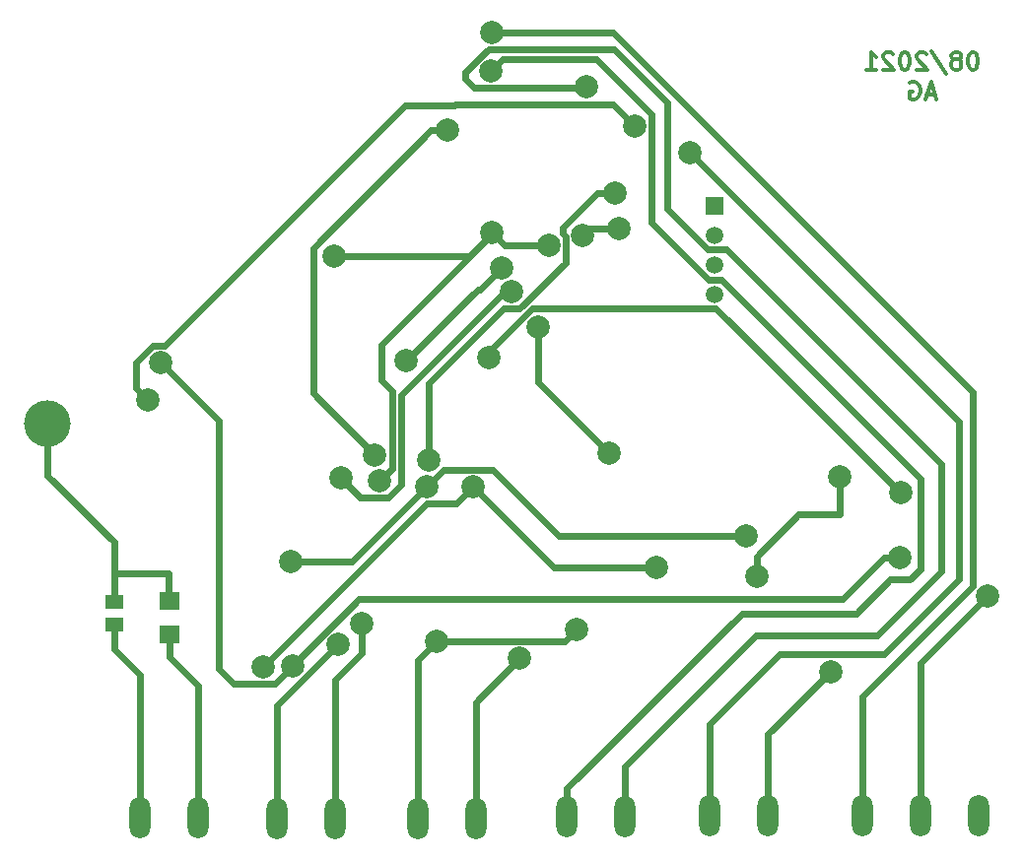
<source format=gbr>
%TF.GenerationSoftware,KiCad,Pcbnew,(5.1.10)-1*%
%TF.CreationDate,2021-08-27T15:11:23+05:30*%
%TF.ProjectId,CZTBoardV3,435a5442-6f61-4726-9456-332e6b696361,rev?*%
%TF.SameCoordinates,Original*%
%TF.FileFunction,Copper,L2,Bot*%
%TF.FilePolarity,Positive*%
%FSLAX46Y46*%
G04 Gerber Fmt 4.6, Leading zero omitted, Abs format (unit mm)*
G04 Created by KiCad (PCBNEW (5.1.10)-1) date 2021-08-27 15:11:23*
%MOMM*%
%LPD*%
G01*
G04 APERTURE LIST*
%TA.AperFunction,NonConductor*%
%ADD10C,0.300000*%
%TD*%
%TA.AperFunction,ComponentPad*%
%ADD11O,1.790700X3.581400*%
%TD*%
%TA.AperFunction,ComponentPad*%
%ADD12C,1.500000*%
%TD*%
%TA.AperFunction,ComponentPad*%
%ADD13R,1.500000X1.500000*%
%TD*%
%TA.AperFunction,ComponentPad*%
%ADD14C,4.000000*%
%TD*%
%TA.AperFunction,SMDPad,CuDef*%
%ADD15R,1.803000X1.600000*%
%TD*%
%TA.AperFunction,SMDPad,CuDef*%
%ADD16R,1.600000X1.300000*%
%TD*%
%TA.AperFunction,ViaPad*%
%ADD17C,2.000000*%
%TD*%
%TA.AperFunction,Conductor*%
%ADD18C,0.609600*%
%TD*%
G04 APERTURE END LIST*
D10*
X203648571Y-77633571D02*
X203505714Y-77633571D01*
X203362857Y-77705000D01*
X203291428Y-77776428D01*
X203220000Y-77919285D01*
X203148571Y-78205000D01*
X203148571Y-78562142D01*
X203220000Y-78847857D01*
X203291428Y-78990714D01*
X203362857Y-79062142D01*
X203505714Y-79133571D01*
X203648571Y-79133571D01*
X203791428Y-79062142D01*
X203862857Y-78990714D01*
X203934285Y-78847857D01*
X204005714Y-78562142D01*
X204005714Y-78205000D01*
X203934285Y-77919285D01*
X203862857Y-77776428D01*
X203791428Y-77705000D01*
X203648571Y-77633571D01*
X202291428Y-78276428D02*
X202434285Y-78205000D01*
X202505714Y-78133571D01*
X202577142Y-77990714D01*
X202577142Y-77919285D01*
X202505714Y-77776428D01*
X202434285Y-77705000D01*
X202291428Y-77633571D01*
X202005714Y-77633571D01*
X201862857Y-77705000D01*
X201791428Y-77776428D01*
X201720000Y-77919285D01*
X201720000Y-77990714D01*
X201791428Y-78133571D01*
X201862857Y-78205000D01*
X202005714Y-78276428D01*
X202291428Y-78276428D01*
X202434285Y-78347857D01*
X202505714Y-78419285D01*
X202577142Y-78562142D01*
X202577142Y-78847857D01*
X202505714Y-78990714D01*
X202434285Y-79062142D01*
X202291428Y-79133571D01*
X202005714Y-79133571D01*
X201862857Y-79062142D01*
X201791428Y-78990714D01*
X201720000Y-78847857D01*
X201720000Y-78562142D01*
X201791428Y-78419285D01*
X201862857Y-78347857D01*
X202005714Y-78276428D01*
X200005714Y-77562142D02*
X201291428Y-79490714D01*
X199577142Y-77776428D02*
X199505714Y-77705000D01*
X199362857Y-77633571D01*
X199005714Y-77633571D01*
X198862857Y-77705000D01*
X198791428Y-77776428D01*
X198720000Y-77919285D01*
X198720000Y-78062142D01*
X198791428Y-78276428D01*
X199648571Y-79133571D01*
X198720000Y-79133571D01*
X197791428Y-77633571D02*
X197648571Y-77633571D01*
X197505714Y-77705000D01*
X197434285Y-77776428D01*
X197362857Y-77919285D01*
X197291428Y-78205000D01*
X197291428Y-78562142D01*
X197362857Y-78847857D01*
X197434285Y-78990714D01*
X197505714Y-79062142D01*
X197648571Y-79133571D01*
X197791428Y-79133571D01*
X197934285Y-79062142D01*
X198005714Y-78990714D01*
X198077142Y-78847857D01*
X198148571Y-78562142D01*
X198148571Y-78205000D01*
X198077142Y-77919285D01*
X198005714Y-77776428D01*
X197934285Y-77705000D01*
X197791428Y-77633571D01*
X196720000Y-77776428D02*
X196648571Y-77705000D01*
X196505714Y-77633571D01*
X196148571Y-77633571D01*
X196005714Y-77705000D01*
X195934285Y-77776428D01*
X195862857Y-77919285D01*
X195862857Y-78062142D01*
X195934285Y-78276428D01*
X196791428Y-79133571D01*
X195862857Y-79133571D01*
X194434285Y-79133571D02*
X195291428Y-79133571D01*
X194862857Y-79133571D02*
X194862857Y-77633571D01*
X195005714Y-77847857D01*
X195148571Y-77990714D01*
X195291428Y-78062142D01*
X200327142Y-81255000D02*
X199612857Y-81255000D01*
X200470000Y-81683571D02*
X199970000Y-80183571D01*
X199470000Y-81683571D01*
X198184285Y-80255000D02*
X198327142Y-80183571D01*
X198541428Y-80183571D01*
X198755714Y-80255000D01*
X198898571Y-80397857D01*
X198970000Y-80540714D01*
X199041428Y-80826428D01*
X199041428Y-81040714D01*
X198970000Y-81326428D01*
X198898571Y-81469285D01*
X198755714Y-81612142D01*
X198541428Y-81683571D01*
X198398571Y-81683571D01*
X198184285Y-81612142D01*
X198112857Y-81540714D01*
X198112857Y-81040714D01*
X198398571Y-81040714D01*
D11*
%TO.P,X6,3*%
%TO.N,/GPIO*%
X204090000Y-143240000D03*
%TO.P,X6,2*%
%TO.N,/RST*%
X199090000Y-143240000D03*
%TO.P,X6,1*%
%TO.N,/PWR_ON*%
X194090000Y-143240000D03*
%TD*%
%TO.P,X5,2*%
%TO.N,/MISO*%
X185990000Y-143220000D03*
%TO.P,X5,1*%
%TO.N,/SS*%
X180990000Y-143220000D03*
%TD*%
%TO.P,X4,2*%
%TO.N,/MOSI*%
X173690000Y-143320000D03*
%TO.P,X4,1*%
%TO.N,/CLK*%
X168690000Y-143320000D03*
%TD*%
%TO.P,X3,2*%
%TO.N,/VIN5V*%
X160890000Y-143520000D03*
%TO.P,X3,1*%
%TO.N,AGND*%
X155890000Y-143520000D03*
%TD*%
%TO.P,X2,2*%
%TO.N,/LED+*%
X148790000Y-143520000D03*
%TO.P,X2,1*%
%TO.N,/LED-*%
X143790000Y-143520000D03*
%TD*%
%TO.P,X1,2*%
%TO.N,/EXT_PICO_GND*%
X136990000Y-143450000D03*
%TO.P,X1,1*%
%TO.N,/EXT_PICO_600V*%
X131990000Y-143450000D03*
%TD*%
D12*
%TO.P,U4,4*%
%TO.N,AGND*%
X181350000Y-98440000D03*
%TO.P,U4,3*%
%TO.N,Net-(U4-Pad3)*%
X181350000Y-95900000D03*
%TO.P,U4,2*%
%TO.N,/NC*%
X181350000Y-93360000D03*
D13*
%TO.P,U4,1*%
%TO.N,VCC*%
X181350000Y-90820000D03*
%TD*%
D14*
%TO.P,U1,41*%
%TO.N,/HV*%
X124090000Y-109530000D03*
%TD*%
D15*
%TO.P,R20,1*%
%TO.N,/EXT_PICO_GND*%
X134590000Y-127672000D03*
%TO.P,R20,2*%
%TO.N,/HV*%
X134590000Y-124828000D03*
%TD*%
D16*
%TO.P,C10,2*%
%TO.N,/HV*%
X129790000Y-124850000D03*
%TO.P,C10,1*%
%TO.N,/EXT_PICO_600V*%
X129790000Y-126850000D03*
%TD*%
D17*
%TO.N,AGND*%
X157480000Y-128270000D03*
X184980000Y-122650000D03*
X192110000Y-114110000D03*
X169510000Y-127250000D03*
%TO.N,VCC*%
X176380000Y-121910000D03*
X142640000Y-130460000D03*
X149273669Y-114251134D03*
X163950052Y-98200755D03*
X160640000Y-114977210D03*
%TO.N,/PWR_ON*%
X162285404Y-75925404D03*
%TO.N,/RST*%
X162010000Y-103850000D03*
X197340000Y-115530000D03*
X204850000Y-124410000D03*
%TO.N,/SS_N*%
X166200000Y-101280000D03*
X172280000Y-112120000D03*
X154920000Y-104170000D03*
X163070000Y-96160000D03*
%TO.N,/MISO_N*%
X145000000Y-121390000D03*
X156646774Y-114945399D03*
X184070000Y-119200000D03*
%TO.N,/MISO_P*%
X145100000Y-130400000D03*
X133817210Y-104346890D03*
X197329596Y-121119596D03*
%TO.N,/MOSI_N*%
X172850000Y-89750000D03*
X156827220Y-112704146D03*
%TO.N,/MOSI_P*%
X132700000Y-107550000D03*
X174522790Y-83990000D03*
%TO.N,/CLK_N*%
X152200000Y-112300000D03*
X158440000Y-84310000D03*
%TO.N,/MOSI*%
X170330000Y-80570000D03*
%TO.N,/SS*%
X179290000Y-86310000D03*
X173200000Y-92820000D03*
X170035427Y-93379625D03*
%TO.N,/CLK*%
X162190000Y-79232788D03*
%TO.N,/MISO*%
X191340000Y-130900000D03*
%TO.N,/LED-*%
X149050404Y-128510404D03*
%TO.N,/LED+*%
X151079596Y-126739596D03*
%TO.N,/VIN5V*%
X164649326Y-129727210D03*
%TO.N,DGND*%
X148720000Y-95140000D03*
X152631387Y-114458660D03*
X167126118Y-94200931D03*
X162248956Y-93135563D03*
%TD*%
D18*
%TO.N,AGND*%
X155890000Y-143520000D02*
X155890000Y-129860000D01*
X155890000Y-129860000D02*
X157480000Y-128270000D01*
X184980000Y-122650000D02*
X184980000Y-121020000D01*
X184980000Y-121020000D02*
X188610000Y-117390000D01*
X188610000Y-117390000D02*
X192130000Y-117390000D01*
X192130000Y-117390000D02*
X192110000Y-117370000D01*
X192110000Y-117370000D02*
X192110000Y-114110000D01*
X157480000Y-128270000D02*
X168490000Y-128270000D01*
X168490000Y-128270000D02*
X169510000Y-127250000D01*
%TO.N,VCC*%
X154419211Y-114827496D02*
X154419211Y-107107447D01*
X149273669Y-114251134D02*
X150938397Y-115915862D01*
X150938397Y-115915862D02*
X153330845Y-115915862D01*
X154419211Y-107107447D02*
X163325903Y-98200755D01*
X153330845Y-115915862D02*
X154419211Y-114827496D01*
X163325903Y-98200755D02*
X163950052Y-98200755D01*
X176380000Y-121910000D02*
X167572790Y-121910000D01*
X167572790Y-121910000D02*
X160640000Y-114977210D01*
X156697400Y-116402600D02*
X159214610Y-116402600D01*
X160590000Y-114550000D02*
X160640000Y-114600000D01*
X142640000Y-130460000D02*
X156697400Y-116402600D01*
X159214610Y-116402600D02*
X160640000Y-114977210D01*
X160640000Y-114600000D02*
X160640000Y-114977210D01*
%TO.N,/HV*%
X129790000Y-124850000D02*
X129790000Y-122450000D01*
X129790000Y-122450000D02*
X134490000Y-122450000D01*
X134490000Y-124728000D02*
X134590000Y-124828000D01*
X134490000Y-122450000D02*
X134490000Y-124728000D01*
X129790000Y-122450000D02*
X129790000Y-119750000D01*
X124090000Y-114050000D02*
X124090000Y-109530000D01*
X129790000Y-119750000D02*
X124090000Y-114050000D01*
%TO.N,/PWR_ON*%
X203560000Y-123543342D02*
X203560000Y-106850000D01*
X194090000Y-143240000D02*
X194090000Y-133013342D01*
X194090000Y-133013342D02*
X203560000Y-123543342D01*
X203560000Y-106850000D02*
X172635404Y-75925404D01*
X172635404Y-75925404D02*
X162285404Y-75925404D01*
%TO.N,/RST*%
X199090000Y-143240000D02*
X199090000Y-130170000D01*
X199090000Y-130170000D02*
X204850000Y-124410000D01*
X165737910Y-99647201D02*
X181457201Y-99647201D01*
X162010000Y-103850000D02*
X162010000Y-103375111D01*
X181457201Y-99647201D02*
X197340000Y-115530000D01*
X162010000Y-103375111D02*
X165737910Y-99647201D01*
%TO.N,/SS_N*%
X166200000Y-101280000D02*
X166200000Y-106040000D01*
X166200000Y-106040000D02*
X172280000Y-112120000D01*
X154920000Y-104170000D02*
X161060000Y-98030000D01*
X161200000Y-98030000D02*
X163070000Y-96160000D01*
X161060000Y-98030000D02*
X161200000Y-98030000D01*
%TO.N,/MISO_N*%
X150202173Y-121390000D02*
X156646774Y-114945399D01*
X145000000Y-121390000D02*
X150202173Y-121390000D01*
X184070000Y-119200000D02*
X168020000Y-119200000D01*
X158072173Y-113520000D02*
X156646774Y-114945399D01*
X162340000Y-113520000D02*
X158072173Y-113520000D01*
X168020000Y-119200000D02*
X162340000Y-113520000D01*
%TO.N,/MISO_P*%
X145100000Y-130400000D02*
X143582798Y-131917202D01*
X140070542Y-131917202D02*
X138782798Y-130629458D01*
X143582798Y-131917202D02*
X140070542Y-131917202D01*
X138782798Y-130629458D02*
X138782798Y-109312478D01*
X134817209Y-105346889D02*
X133817210Y-104346890D01*
X138782798Y-109312478D02*
X134817209Y-105346889D01*
X192378567Y-124656412D02*
X195915383Y-121119596D01*
X145100000Y-130400000D02*
X150843588Y-124656412D01*
X195915383Y-121119596D02*
X197329596Y-121119596D01*
X150843588Y-124656412D02*
X192378567Y-124656412D01*
%TO.N,/MOSI_N*%
X172850000Y-89750000D02*
X171313340Y-89750000D01*
X156827220Y-106069438D02*
X156827220Y-112704146D01*
X171313340Y-89750000D02*
X168327201Y-92736139D01*
X168327201Y-93245354D02*
X168583320Y-93501473D01*
X168327201Y-92736139D02*
X168327201Y-93245354D01*
X168583320Y-93501473D02*
X168583320Y-95724145D01*
X163238702Y-99657956D02*
X156827220Y-106069438D01*
X164649509Y-99657956D02*
X163238702Y-99657956D01*
X168583320Y-95724145D02*
X164649509Y-99657956D01*
%TO.N,/MOSI_P*%
X132700000Y-107550000D02*
X132730000Y-107520000D01*
X159099458Y-82167202D02*
X172699992Y-82167202D01*
X173522791Y-82990001D02*
X174522790Y-83990000D01*
X132700000Y-107550000D02*
X131700001Y-106550001D01*
X131700001Y-104307441D02*
X133117753Y-102889689D01*
X172699992Y-82167202D02*
X173522791Y-82990001D01*
X134160311Y-102889689D02*
X154822798Y-82227202D01*
X131700001Y-106550001D02*
X131700001Y-104307441D01*
X133117753Y-102889689D02*
X134160311Y-102889689D01*
X154822798Y-82227202D02*
X159039458Y-82227202D01*
X159039458Y-82227202D02*
X159099458Y-82167202D01*
%TO.N,/CLK_N*%
X146880000Y-94455787D02*
X157025787Y-84310000D01*
X152200000Y-112300000D02*
X146880000Y-106980000D01*
X157025787Y-84310000D02*
X158440000Y-84310000D01*
X146880000Y-106980000D02*
X146880000Y-94455787D01*
%TO.N,/MOSI*%
X173690000Y-143320000D02*
X173690000Y-138990000D01*
X159960000Y-79377466D02*
X159960000Y-79890000D01*
X161954861Y-77382605D02*
X159960000Y-79377466D01*
X170210000Y-80690000D02*
X170330000Y-80570000D01*
X173690000Y-138990000D02*
X184910000Y-127770000D01*
X200870000Y-113070000D02*
X182367201Y-94567201D01*
X177310000Y-81920000D02*
X172772605Y-77382605D01*
X160760000Y-80690000D02*
X170210000Y-80690000D01*
X172772605Y-77382605D02*
X161954861Y-77382605D01*
X180770543Y-94567201D02*
X177310000Y-91106658D01*
X177310000Y-91106658D02*
X177310000Y-81920000D01*
X159960000Y-79890000D02*
X160760000Y-80690000D01*
X195340000Y-127770000D02*
X200870000Y-122240000D01*
X200870000Y-122240000D02*
X200870000Y-113070000D01*
X184910000Y-127770000D02*
X195340000Y-127770000D01*
X182367201Y-94567201D02*
X180770543Y-94567201D01*
%TO.N,/SS*%
X180990000Y-143220000D02*
X180990000Y-135360000D01*
X186990000Y-129360000D02*
X195970000Y-129360000D01*
X202400000Y-109420000D02*
X179290000Y-86310000D01*
X180990000Y-135360000D02*
X186990000Y-129360000D01*
X195970000Y-129360000D02*
X202400000Y-122930000D01*
X202400000Y-122930000D02*
X202400000Y-109420000D01*
X170595052Y-92820000D02*
X170035427Y-93379625D01*
X173200000Y-92820000D02*
X170595052Y-92820000D01*
%TO.N,/CLK*%
X175980000Y-92316658D02*
X175980000Y-82982404D01*
X168690000Y-140919700D02*
X183739700Y-125870000D01*
X193574143Y-125870000D02*
X196474143Y-122970000D01*
X171230385Y-78232789D02*
X163189999Y-78232789D01*
X196474143Y-122970000D02*
X198140000Y-122970000D01*
X199040000Y-122070000D02*
X199040000Y-114343342D01*
X181929457Y-97232799D02*
X180896141Y-97232799D01*
X163189999Y-78232789D02*
X162190000Y-79232788D01*
X180896141Y-97232799D02*
X175980000Y-92316658D01*
X175980000Y-82982404D02*
X171230385Y-78232789D01*
X199040000Y-114343342D02*
X181929457Y-97232799D01*
X183739700Y-125870000D02*
X193574143Y-125870000D01*
X168690000Y-143320000D02*
X168690000Y-140919700D01*
X198140000Y-122970000D02*
X199040000Y-122070000D01*
%TO.N,/MISO*%
X185990000Y-136250000D02*
X191340000Y-130900000D01*
X185990000Y-143220000D02*
X185990000Y-136250000D01*
%TO.N,/LED-*%
X143790000Y-143520000D02*
X143790000Y-133770808D01*
X143790000Y-133770808D02*
X149050404Y-128510404D01*
%TO.N,/LED+*%
X148790000Y-143520000D02*
X148790000Y-131580000D01*
X151079596Y-129290404D02*
X151079596Y-126739596D01*
X148790000Y-131580000D02*
X151079596Y-129290404D01*
%TO.N,/VIN5V*%
X160890000Y-133486536D02*
X164649326Y-129727210D01*
X160890000Y-143520000D02*
X160890000Y-133486536D01*
%TO.N,/EXT_PICO_600V*%
X131990000Y-143450000D02*
X131990000Y-131150000D01*
X129790000Y-128950000D02*
X129790000Y-126850000D01*
X131990000Y-131150000D02*
X129790000Y-128950000D01*
%TO.N,/EXT_PICO_GND*%
X136990000Y-143450000D02*
X136990000Y-132050000D01*
X134590000Y-129650000D02*
X134590000Y-127672000D01*
X136990000Y-132050000D02*
X134590000Y-129650000D01*
%TO.N,DGND*%
X148720000Y-95140000D02*
X160370000Y-95140000D01*
X153657201Y-113432846D02*
X152631387Y-114458660D01*
X160370000Y-95140000D02*
X152742799Y-102767201D01*
X153657201Y-106783859D02*
X153657201Y-113432846D01*
X152742799Y-105869457D02*
X153657201Y-106783859D01*
X152742799Y-102767201D02*
X152742799Y-105869457D01*
X163314324Y-94200931D02*
X162248956Y-93135563D01*
X162248956Y-93261044D02*
X162248956Y-93135563D01*
X160370000Y-95140000D02*
X162248956Y-93261044D01*
X167126118Y-94200931D02*
X163314324Y-94200931D01*
%TD*%
M02*

</source>
